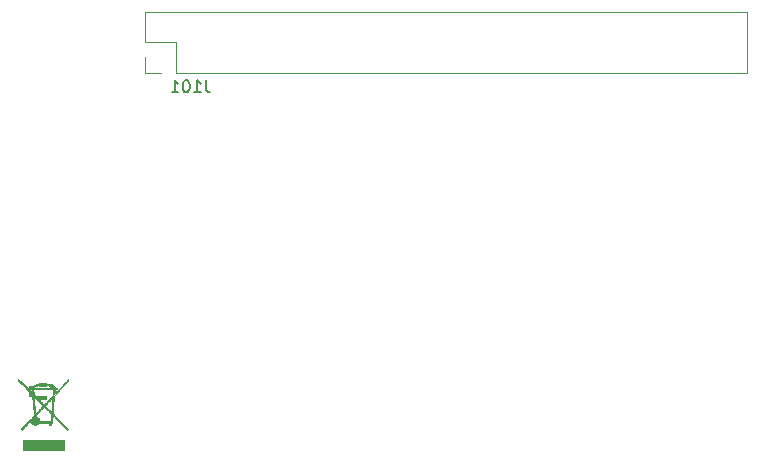
<source format=gbr>
%TF.GenerationSoftware,KiCad,Pcbnew,7.0.8-7.0.8~ubuntu23.04.1*%
%TF.CreationDate,2023-11-21T11:50:57+00:00*%
%TF.ProjectId,baggerdails,62616767-6572-4646-9169-6c732e6b6963,rev?*%
%TF.SameCoordinates,Original*%
%TF.FileFunction,Legend,Bot*%
%TF.FilePolarity,Positive*%
%FSLAX46Y46*%
G04 Gerber Fmt 4.6, Leading zero omitted, Abs format (unit mm)*
G04 Created by KiCad (PCBNEW 7.0.8-7.0.8~ubuntu23.04.1) date 2023-11-21 11:50:57*
%MOMM*%
%LPD*%
G01*
G04 APERTURE LIST*
%ADD10C,0.150000*%
%ADD11C,0.120000*%
%ADD12C,0.010000*%
G04 APERTURE END LIST*
D10*
X112155714Y-50724819D02*
X112155714Y-51439104D01*
X112155714Y-51439104D02*
X112203333Y-51581961D01*
X112203333Y-51581961D02*
X112298571Y-51677200D01*
X112298571Y-51677200D02*
X112441428Y-51724819D01*
X112441428Y-51724819D02*
X112536666Y-51724819D01*
X111155714Y-51724819D02*
X111727142Y-51724819D01*
X111441428Y-51724819D02*
X111441428Y-50724819D01*
X111441428Y-50724819D02*
X111536666Y-50867676D01*
X111536666Y-50867676D02*
X111631904Y-50962914D01*
X111631904Y-50962914D02*
X111727142Y-51010533D01*
X110536666Y-50724819D02*
X110441428Y-50724819D01*
X110441428Y-50724819D02*
X110346190Y-50772438D01*
X110346190Y-50772438D02*
X110298571Y-50820057D01*
X110298571Y-50820057D02*
X110250952Y-50915295D01*
X110250952Y-50915295D02*
X110203333Y-51105771D01*
X110203333Y-51105771D02*
X110203333Y-51343866D01*
X110203333Y-51343866D02*
X110250952Y-51534342D01*
X110250952Y-51534342D02*
X110298571Y-51629580D01*
X110298571Y-51629580D02*
X110346190Y-51677200D01*
X110346190Y-51677200D02*
X110441428Y-51724819D01*
X110441428Y-51724819D02*
X110536666Y-51724819D01*
X110536666Y-51724819D02*
X110631904Y-51677200D01*
X110631904Y-51677200D02*
X110679523Y-51629580D01*
X110679523Y-51629580D02*
X110727142Y-51534342D01*
X110727142Y-51534342D02*
X110774761Y-51343866D01*
X110774761Y-51343866D02*
X110774761Y-51105771D01*
X110774761Y-51105771D02*
X110727142Y-50915295D01*
X110727142Y-50915295D02*
X110679523Y-50820057D01*
X110679523Y-50820057D02*
X110631904Y-50772438D01*
X110631904Y-50772438D02*
X110536666Y-50724819D01*
X109250952Y-51724819D02*
X109822380Y-51724819D01*
X109536666Y-51724819D02*
X109536666Y-50724819D01*
X109536666Y-50724819D02*
X109631904Y-50867676D01*
X109631904Y-50867676D02*
X109727142Y-50962914D01*
X109727142Y-50962914D02*
X109822380Y-51010533D01*
D11*
%TO.C,J101*%
X157960000Y-44900000D02*
X157960000Y-50100000D01*
X107040000Y-44900000D02*
X157960000Y-44900000D01*
X107040000Y-44900000D02*
X107040000Y-47500000D01*
X109640000Y-47500000D02*
X109640000Y-50100000D01*
X107040000Y-47500000D02*
X109640000Y-47500000D01*
X107040000Y-48770000D02*
X107040000Y-50100000D01*
X109640000Y-50100000D02*
X157960000Y-50100000D01*
X107040000Y-50100000D02*
X108370000Y-50100000D01*
%TO.C,WEEE*%
D12*
X100172971Y-82017822D02*
X96652178Y-82017822D01*
X96652178Y-81150198D01*
X100172971Y-81150198D01*
X100172971Y-82017822D01*
G36*
X100172971Y-82017822D02*
G01*
X96652178Y-82017822D01*
X96652178Y-81150198D01*
X100172971Y-81150198D01*
X100172971Y-82017822D01*
G37*
X99141894Y-76475718D02*
X99142388Y-76488668D01*
X99148819Y-76510411D01*
X99167123Y-76528851D01*
X99202830Y-76550801D01*
X99234174Y-76570854D01*
X99281893Y-76609356D01*
X99325138Y-76652579D01*
X99358219Y-76694627D01*
X99375442Y-76729604D01*
X99379662Y-76743081D01*
X99387480Y-76752334D01*
X99390116Y-76755454D01*
X99411662Y-76760696D01*
X99451314Y-76761782D01*
X99519109Y-76761782D01*
X99519109Y-76874951D01*
X99359577Y-76874951D01*
X99344682Y-77052732D01*
X99342682Y-77077037D01*
X99338023Y-77137880D01*
X99334731Y-77187389D01*
X99333092Y-77220992D01*
X99333390Y-77234116D01*
X99337724Y-77230343D01*
X99357496Y-77210676D01*
X99391679Y-77175818D01*
X99438541Y-77127576D01*
X99496354Y-77067757D01*
X99563387Y-76998167D01*
X99637912Y-76920615D01*
X99718197Y-76836907D01*
X99802513Y-76748849D01*
X99889130Y-76658250D01*
X99976319Y-76566915D01*
X100062349Y-76476653D01*
X100145492Y-76389269D01*
X100224016Y-76306572D01*
X100296192Y-76230368D01*
X100360291Y-76162463D01*
X100414583Y-76104666D01*
X100511592Y-76001040D01*
X100512034Y-76089315D01*
X100512475Y-76177589D01*
X99911938Y-76809158D01*
X99311401Y-77440726D01*
X99299396Y-77584674D01*
X99251365Y-78160635D01*
X99242876Y-78262791D01*
X99232343Y-78390612D01*
X99222621Y-78509767D01*
X99213898Y-78617914D01*
X99206358Y-78712713D01*
X99200187Y-78791819D01*
X99195573Y-78852892D01*
X99192700Y-78893590D01*
X99191754Y-78911570D01*
X99194251Y-78919808D01*
X99205471Y-78937599D01*
X99226751Y-78964411D01*
X99237021Y-78976129D01*
X99259225Y-79001466D01*
X99304023Y-79049986D01*
X99362281Y-79111192D01*
X99435129Y-79186307D01*
X99523703Y-79276550D01*
X99629134Y-79383145D01*
X99698492Y-79453093D01*
X99795179Y-79550658D01*
X99891526Y-79647941D01*
X99984638Y-79742014D01*
X100071618Y-79829950D01*
X100149569Y-79908820D01*
X100215596Y-79975699D01*
X100266802Y-80027658D01*
X100467514Y-80231620D01*
X100431058Y-80269671D01*
X100422460Y-80278245D01*
X100397095Y-80299297D01*
X100379695Y-80307723D01*
X100366071Y-80300530D01*
X100340743Y-80278944D01*
X100310379Y-80247995D01*
X100291896Y-80228448D01*
X100257427Y-80192752D01*
X100208712Y-80142684D01*
X100147469Y-80080001D01*
X100075420Y-80006457D01*
X99994285Y-79923810D01*
X99905784Y-79833815D01*
X99811637Y-79738228D01*
X99713565Y-79638805D01*
X99171161Y-79089343D01*
X99149066Y-79374746D01*
X99144250Y-79435662D01*
X99137216Y-79517548D01*
X99130872Y-79579569D01*
X99124748Y-79624987D01*
X99118373Y-79657062D01*
X99111277Y-79679052D01*
X99102991Y-79694219D01*
X99091393Y-79715416D01*
X99081850Y-79754386D01*
X99079010Y-79810531D01*
X99079010Y-79892773D01*
X98852674Y-79892773D01*
X98852674Y-79716733D01*
X98007082Y-79716733D01*
X97958203Y-79772262D01*
X97944836Y-79786722D01*
X97872388Y-79844813D01*
X97790532Y-79880576D01*
X97701900Y-79892773D01*
X97623692Y-79886306D01*
X97535233Y-79859047D01*
X97459507Y-79810328D01*
X97444748Y-79796403D01*
X97407864Y-79751328D01*
X97375503Y-79698819D01*
X97352297Y-79647061D01*
X97342879Y-79604239D01*
X97342697Y-79598023D01*
X97341342Y-79575246D01*
X97337800Y-79559513D01*
X97330390Y-79552068D01*
X97317431Y-79554156D01*
X97297243Y-79567020D01*
X97268145Y-79591905D01*
X97228456Y-79630053D01*
X97176496Y-79682710D01*
X97110584Y-79751119D01*
X97029040Y-79836524D01*
X96985604Y-79882112D01*
X96913000Y-79958441D01*
X96844309Y-80030808D01*
X96782223Y-80096366D01*
X96729434Y-80152274D01*
X96688634Y-80195686D01*
X96662515Y-80223758D01*
X96591119Y-80301436D01*
X96502863Y-80213416D01*
X97048690Y-79641287D01*
X97083105Y-79605188D01*
X97205546Y-79476272D01*
X97310651Y-79364754D01*
X97398736Y-79270288D01*
X97470116Y-79192529D01*
X97520588Y-79136174D01*
X97727247Y-79136174D01*
X97728872Y-79149434D01*
X97729156Y-79150819D01*
X97742698Y-79182228D01*
X97769748Y-79196863D01*
X97853129Y-79228063D01*
X97927418Y-79280038D01*
X97985846Y-79348791D01*
X98025890Y-79431315D01*
X98045026Y-79524606D01*
X98051364Y-79603565D01*
X99000838Y-79603565D01*
X99007458Y-79575273D01*
X99008629Y-79568329D01*
X99012268Y-79537281D01*
X99017234Y-79487081D01*
X99023157Y-79421727D01*
X99029669Y-79345219D01*
X99036401Y-79261555D01*
X99058724Y-78976129D01*
X98757826Y-78670565D01*
X98702636Y-78614704D01*
X98635109Y-78546888D01*
X98574529Y-78486643D01*
X98523021Y-78436052D01*
X98482710Y-78397200D01*
X98455722Y-78372170D01*
X98444182Y-78363046D01*
X98436444Y-78367405D01*
X98413395Y-78387241D01*
X98378709Y-78420375D01*
X98335487Y-78463820D01*
X98286832Y-78514587D01*
X98274140Y-78528051D01*
X98217229Y-78588275D01*
X98149414Y-78659864D01*
X98075800Y-78737437D01*
X98001493Y-78815611D01*
X97931599Y-78889005D01*
X97927401Y-78893409D01*
X97862420Y-78961785D01*
X97812836Y-79014732D01*
X97776688Y-79054767D01*
X97752016Y-79084411D01*
X97736858Y-79106181D01*
X97729256Y-79122595D01*
X97727247Y-79136174D01*
X97520588Y-79136174D01*
X97525105Y-79131131D01*
X97564019Y-79085748D01*
X97587173Y-79056035D01*
X97594882Y-79041644D01*
X97594883Y-79041559D01*
X97593825Y-79023624D01*
X97590737Y-78983421D01*
X97585858Y-78923687D01*
X97579432Y-78847158D01*
X97571700Y-78756569D01*
X97562905Y-78654657D01*
X97553287Y-78544159D01*
X97543091Y-78427811D01*
X97532556Y-78308348D01*
X97521926Y-78188507D01*
X97511442Y-78071025D01*
X97501346Y-77958637D01*
X97491881Y-77854081D01*
X97483288Y-77760091D01*
X97475809Y-77679405D01*
X97469687Y-77614759D01*
X97465162Y-77568888D01*
X97462478Y-77544530D01*
X97457067Y-77503732D01*
X97586253Y-77503732D01*
X97587908Y-77534653D01*
X97591549Y-77586653D01*
X97596995Y-77657487D01*
X97604063Y-77744911D01*
X97612570Y-77846681D01*
X97622335Y-77960552D01*
X97633174Y-78084279D01*
X97644907Y-78215618D01*
X97654079Y-78316908D01*
X97665566Y-78442526D01*
X97676322Y-78558762D01*
X97686131Y-78663380D01*
X97694781Y-78754140D01*
X97702057Y-78828804D01*
X97707746Y-78885134D01*
X97711634Y-78920891D01*
X97713506Y-78933837D01*
X97719188Y-78929826D01*
X97740020Y-78910138D01*
X97773872Y-78876322D01*
X97818412Y-78830837D01*
X97871310Y-78776146D01*
X97930236Y-78714710D01*
X97992858Y-78648990D01*
X98056848Y-78581449D01*
X98119874Y-78514547D01*
X98179606Y-78450746D01*
X98233713Y-78392507D01*
X98279865Y-78342292D01*
X98315733Y-78302563D01*
X98338984Y-78275780D01*
X98345778Y-78266477D01*
X98527601Y-78266477D01*
X98803305Y-78541968D01*
X98870726Y-78609224D01*
X98934267Y-78672162D01*
X98983490Y-78720100D01*
X99020196Y-78754594D01*
X99046190Y-78777199D01*
X99063276Y-78789471D01*
X99073256Y-78792966D01*
X99077935Y-78789238D01*
X99079116Y-78779844D01*
X99079873Y-78764749D01*
X99082601Y-78725883D01*
X99087108Y-78666895D01*
X99093179Y-78590473D01*
X99100596Y-78499305D01*
X99109142Y-78396080D01*
X99118602Y-78283483D01*
X99128758Y-78164205D01*
X99137723Y-78059077D01*
X99147066Y-77948351D01*
X99155443Y-77847814D01*
X99162653Y-77759943D01*
X99168496Y-77687215D01*
X99172769Y-77632110D01*
X99175273Y-77597104D01*
X99175805Y-77584674D01*
X99175384Y-77584908D01*
X99163509Y-77596350D01*
X99137130Y-77623198D01*
X99098570Y-77663018D01*
X99050153Y-77713372D01*
X98994203Y-77771828D01*
X98933042Y-77835948D01*
X98868995Y-77903298D01*
X98804385Y-77971443D01*
X98741535Y-78037948D01*
X98682768Y-78100377D01*
X98630409Y-78156295D01*
X98529533Y-78264406D01*
X98527601Y-78266477D01*
X98345778Y-78266477D01*
X98347290Y-78264406D01*
X98339148Y-78253383D01*
X98315478Y-78226999D01*
X98278478Y-78187527D01*
X98230350Y-78137191D01*
X98173296Y-78078217D01*
X98109520Y-78012830D01*
X98041222Y-77943255D01*
X97970605Y-77871716D01*
X97899871Y-77800438D01*
X97831222Y-77731647D01*
X97766861Y-77667566D01*
X97708989Y-77610422D01*
X97659810Y-77562439D01*
X97621524Y-77525841D01*
X97596334Y-77502854D01*
X97586442Y-77495703D01*
X97586253Y-77503732D01*
X97457067Y-77503732D01*
X97455390Y-77491089D01*
X97180297Y-77491089D01*
X97180140Y-77390495D01*
X97280891Y-77390495D01*
X97362624Y-77390495D01*
X97369895Y-77390489D01*
X97410950Y-77389613D01*
X97433277Y-77385867D01*
X97442529Y-77377270D01*
X97444357Y-77361840D01*
X97436306Y-77339159D01*
X97408730Y-77301428D01*
X97362624Y-77252179D01*
X97280891Y-77171172D01*
X97280891Y-77390495D01*
X97180140Y-77390495D01*
X97179968Y-77280471D01*
X97179639Y-77069852D01*
X96727914Y-76610891D01*
X96276189Y-76151931D01*
X96275570Y-76064848D01*
X96274951Y-75977767D01*
X96816769Y-76526952D01*
X96869137Y-76579998D01*
X96977803Y-76689772D01*
X97070709Y-76783114D01*
X97149055Y-76861173D01*
X97214043Y-76925097D01*
X97266872Y-76976035D01*
X97308743Y-77015135D01*
X97340855Y-77043548D01*
X97364410Y-77062420D01*
X97380608Y-77072901D01*
X97390649Y-77076139D01*
X97407579Y-77075158D01*
X97417084Y-77067996D01*
X97418723Y-77048401D01*
X97414782Y-77010124D01*
X97412065Y-76986025D01*
X97408284Y-76945744D01*
X97406760Y-76918961D01*
X97406015Y-76909728D01*
X97398746Y-76899839D01*
X97378668Y-76896562D01*
X97339689Y-76897992D01*
X97329737Y-76898553D01*
X97289898Y-76897921D01*
X97261560Y-76889167D01*
X97241586Y-76874951D01*
X97524852Y-76874951D01*
X97529013Y-76922104D01*
X97530935Y-76943498D01*
X97536924Y-77001909D01*
X97542826Y-77040381D01*
X97549727Y-77062912D01*
X97558712Y-77073498D01*
X97570870Y-77076139D01*
X97581801Y-77077937D01*
X97589050Y-77086530D01*
X97593100Y-77106505D01*
X97594863Y-77142450D01*
X97595248Y-77198952D01*
X97595248Y-77321766D01*
X97635447Y-77361840D01*
X97733565Y-77459654D01*
X97871881Y-77597542D01*
X97871881Y-77491089D01*
X98626337Y-77491089D01*
X98626337Y-77730000D01*
X98007831Y-77730000D01*
X98217592Y-77946906D01*
X98257770Y-77988334D01*
X98313328Y-78045200D01*
X98361570Y-78094082D01*
X98399971Y-78132441D01*
X98426003Y-78157741D01*
X98437140Y-78167442D01*
X98441373Y-78164767D01*
X98461224Y-78146782D01*
X98495451Y-78113481D01*
X98542227Y-78066712D01*
X98599724Y-78008325D01*
X98666112Y-77940169D01*
X98739564Y-77864094D01*
X98818251Y-77781950D01*
X98897341Y-77698943D01*
X98974871Y-77617136D01*
X99037746Y-77550083D01*
X99087502Y-77496007D01*
X99125678Y-77453129D01*
X99153811Y-77419673D01*
X99173440Y-77393861D01*
X99186101Y-77373914D01*
X99193334Y-77358056D01*
X99196675Y-77344509D01*
X99197561Y-77337910D01*
X99201488Y-77301548D01*
X99206459Y-77248018D01*
X99211927Y-77183421D01*
X99217344Y-77113862D01*
X99219181Y-77089635D01*
X99224488Y-77024178D01*
X99229548Y-76967717D01*
X99233863Y-76925618D01*
X99236934Y-76903243D01*
X99242955Y-76874951D01*
X97524852Y-76874951D01*
X97241586Y-76874951D01*
X97233630Y-76869289D01*
X97228820Y-76865104D01*
X97189482Y-76814427D01*
X97173903Y-76761782D01*
X97514698Y-76761782D01*
X98929221Y-76761782D01*
X99141881Y-76761782D01*
X99198908Y-76761782D01*
X99215993Y-76761662D01*
X99241308Y-76759462D01*
X99248616Y-76752334D01*
X99242943Y-76737508D01*
X99241267Y-76734682D01*
X99222448Y-76712944D01*
X99195183Y-76688820D01*
X99167987Y-76669254D01*
X99149371Y-76661188D01*
X99147697Y-76662463D01*
X99143544Y-76679976D01*
X99141881Y-76711485D01*
X99141881Y-76761782D01*
X98929221Y-76761782D01*
X98925526Y-76671095D01*
X98921832Y-76580407D01*
X98846386Y-76565252D01*
X98808551Y-76558379D01*
X98745368Y-76548756D01*
X98686065Y-76541496D01*
X98601188Y-76532893D01*
X98601188Y-76636040D01*
X98022773Y-76636040D01*
X98022773Y-76545122D01*
X97950471Y-76553753D01*
X97839998Y-76572249D01*
X97728816Y-76605691D01*
X97636850Y-76652324D01*
X97562542Y-76712786D01*
X97514698Y-76761782D01*
X97173903Y-76761782D01*
X97172172Y-76755934D01*
X97177474Y-76694575D01*
X97205975Y-76635297D01*
X97208733Y-76631606D01*
X97246822Y-76599851D01*
X97296476Y-76581067D01*
X97350002Y-76576071D01*
X97399707Y-76585678D01*
X97437900Y-76610704D01*
X97450831Y-76623480D01*
X97463428Y-76626576D01*
X97481467Y-76616998D01*
X97511928Y-76593082D01*
X97521274Y-76585731D01*
X97593430Y-76539339D01*
X97601497Y-76535446D01*
X98123367Y-76535446D01*
X98500594Y-76535446D01*
X98500594Y-76472575D01*
X98123367Y-76472575D01*
X98123367Y-76535446D01*
X97601497Y-76535446D01*
X97678915Y-76498084D01*
X97769767Y-76464936D01*
X97858027Y-76442868D01*
X97935736Y-76434852D01*
X97943991Y-76434788D01*
X97989879Y-76430321D01*
X98015079Y-76417795D01*
X98022773Y-76395784D01*
X98023676Y-76388849D01*
X98028615Y-76382885D01*
X98040611Y-76378519D01*
X98062680Y-76375503D01*
X98097836Y-76373590D01*
X98149094Y-76372530D01*
X98219471Y-76372077D01*
X98311980Y-76371980D01*
X98398660Y-76372150D01*
X98472332Y-76372834D01*
X98526265Y-76374215D01*
X98563288Y-76376470D01*
X98586230Y-76379778D01*
X98597920Y-76384320D01*
X98601188Y-76390272D01*
X98611937Y-76404888D01*
X98642055Y-76414215D01*
X98653582Y-76415847D01*
X98692886Y-76421591D01*
X98745188Y-76429378D01*
X98802376Y-76438003D01*
X98833916Y-76442393D01*
X98880074Y-76447148D01*
X98912641Y-76448295D01*
X98926023Y-76445495D01*
X98928308Y-76443671D01*
X98949405Y-76439165D01*
X98987355Y-76436029D01*
X99036048Y-76434852D01*
X99141881Y-76434852D01*
X99141894Y-76472575D01*
X99141894Y-76475718D01*
G36*
X99141894Y-76475718D02*
G01*
X99142388Y-76488668D01*
X99148819Y-76510411D01*
X99167123Y-76528851D01*
X99202830Y-76550801D01*
X99234174Y-76570854D01*
X99281893Y-76609356D01*
X99325138Y-76652579D01*
X99358219Y-76694627D01*
X99375442Y-76729604D01*
X99379662Y-76743081D01*
X99387480Y-76752334D01*
X99390116Y-76755454D01*
X99411662Y-76760696D01*
X99451314Y-76761782D01*
X99519109Y-76761782D01*
X99519109Y-76874951D01*
X99359577Y-76874951D01*
X99344682Y-77052732D01*
X99342682Y-77077037D01*
X99338023Y-77137880D01*
X99334731Y-77187389D01*
X99333092Y-77220992D01*
X99333390Y-77234116D01*
X99337724Y-77230343D01*
X99357496Y-77210676D01*
X99391679Y-77175818D01*
X99438541Y-77127576D01*
X99496354Y-77067757D01*
X99563387Y-76998167D01*
X99637912Y-76920615D01*
X99718197Y-76836907D01*
X99802513Y-76748849D01*
X99889130Y-76658250D01*
X99976319Y-76566915D01*
X100062349Y-76476653D01*
X100145492Y-76389269D01*
X100224016Y-76306572D01*
X100296192Y-76230368D01*
X100360291Y-76162463D01*
X100414583Y-76104666D01*
X100511592Y-76001040D01*
X100512034Y-76089315D01*
X100512475Y-76177589D01*
X99911938Y-76809158D01*
X99311401Y-77440726D01*
X99299396Y-77584674D01*
X99251365Y-78160635D01*
X99242876Y-78262791D01*
X99232343Y-78390612D01*
X99222621Y-78509767D01*
X99213898Y-78617914D01*
X99206358Y-78712713D01*
X99200187Y-78791819D01*
X99195573Y-78852892D01*
X99192700Y-78893590D01*
X99191754Y-78911570D01*
X99194251Y-78919808D01*
X99205471Y-78937599D01*
X99226751Y-78964411D01*
X99237021Y-78976129D01*
X99259225Y-79001466D01*
X99304023Y-79049986D01*
X99362281Y-79111192D01*
X99435129Y-79186307D01*
X99523703Y-79276550D01*
X99629134Y-79383145D01*
X99698492Y-79453093D01*
X99795179Y-79550658D01*
X99891526Y-79647941D01*
X99984638Y-79742014D01*
X100071618Y-79829950D01*
X100149569Y-79908820D01*
X100215596Y-79975699D01*
X100266802Y-80027658D01*
X100467514Y-80231620D01*
X100431058Y-80269671D01*
X100422460Y-80278245D01*
X100397095Y-80299297D01*
X100379695Y-80307723D01*
X100366071Y-80300530D01*
X100340743Y-80278944D01*
X100310379Y-80247995D01*
X100291896Y-80228448D01*
X100257427Y-80192752D01*
X100208712Y-80142684D01*
X100147469Y-80080001D01*
X100075420Y-80006457D01*
X99994285Y-79923810D01*
X99905784Y-79833815D01*
X99811637Y-79738228D01*
X99713565Y-79638805D01*
X99171161Y-79089343D01*
X99149066Y-79374746D01*
X99144250Y-79435662D01*
X99137216Y-79517548D01*
X99130872Y-79579569D01*
X99124748Y-79624987D01*
X99118373Y-79657062D01*
X99111277Y-79679052D01*
X99102991Y-79694219D01*
X99091393Y-79715416D01*
X99081850Y-79754386D01*
X99079010Y-79810531D01*
X99079010Y-79892773D01*
X98852674Y-79892773D01*
X98852674Y-79716733D01*
X98007082Y-79716733D01*
X97958203Y-79772262D01*
X97944836Y-79786722D01*
X97872388Y-79844813D01*
X97790532Y-79880576D01*
X97701900Y-79892773D01*
X97623692Y-79886306D01*
X97535233Y-79859047D01*
X97459507Y-79810328D01*
X97444748Y-79796403D01*
X97407864Y-79751328D01*
X97375503Y-79698819D01*
X97352297Y-79647061D01*
X97342879Y-79604239D01*
X97342697Y-79598023D01*
X97341342Y-79575246D01*
X97337800Y-79559513D01*
X97330390Y-79552068D01*
X97317431Y-79554156D01*
X97297243Y-79567020D01*
X97268145Y-79591905D01*
X97228456Y-79630053D01*
X97176496Y-79682710D01*
X97110584Y-79751119D01*
X97029040Y-79836524D01*
X96985604Y-79882112D01*
X96913000Y-79958441D01*
X96844309Y-80030808D01*
X96782223Y-80096366D01*
X96729434Y-80152274D01*
X96688634Y-80195686D01*
X96662515Y-80223758D01*
X96591119Y-80301436D01*
X96502863Y-80213416D01*
X97048690Y-79641287D01*
X97083105Y-79605188D01*
X97205546Y-79476272D01*
X97310651Y-79364754D01*
X97398736Y-79270288D01*
X97470116Y-79192529D01*
X97520588Y-79136174D01*
X97727247Y-79136174D01*
X97728872Y-79149434D01*
X97729156Y-79150819D01*
X97742698Y-79182228D01*
X97769748Y-79196863D01*
X97853129Y-79228063D01*
X97927418Y-79280038D01*
X97985846Y-79348791D01*
X98025890Y-79431315D01*
X98045026Y-79524606D01*
X98051364Y-79603565D01*
X99000838Y-79603565D01*
X99007458Y-79575273D01*
X99008629Y-79568329D01*
X99012268Y-79537281D01*
X99017234Y-79487081D01*
X99023157Y-79421727D01*
X99029669Y-79345219D01*
X99036401Y-79261555D01*
X99058724Y-78976129D01*
X98757826Y-78670565D01*
X98702636Y-78614704D01*
X98635109Y-78546888D01*
X98574529Y-78486643D01*
X98523021Y-78436052D01*
X98482710Y-78397200D01*
X98455722Y-78372170D01*
X98444182Y-78363046D01*
X98436444Y-78367405D01*
X98413395Y-78387241D01*
X98378709Y-78420375D01*
X98335487Y-78463820D01*
X98286832Y-78514587D01*
X98274140Y-78528051D01*
X98217229Y-78588275D01*
X98149414Y-78659864D01*
X98075800Y-78737437D01*
X98001493Y-78815611D01*
X97931599Y-78889005D01*
X97927401Y-78893409D01*
X97862420Y-78961785D01*
X97812836Y-79014732D01*
X97776688Y-79054767D01*
X97752016Y-79084411D01*
X97736858Y-79106181D01*
X97729256Y-79122595D01*
X97727247Y-79136174D01*
X97520588Y-79136174D01*
X97525105Y-79131131D01*
X97564019Y-79085748D01*
X97587173Y-79056035D01*
X97594882Y-79041644D01*
X97594883Y-79041559D01*
X97593825Y-79023624D01*
X97590737Y-78983421D01*
X97585858Y-78923687D01*
X97579432Y-78847158D01*
X97571700Y-78756569D01*
X97562905Y-78654657D01*
X97553287Y-78544159D01*
X97543091Y-78427811D01*
X97532556Y-78308348D01*
X97521926Y-78188507D01*
X97511442Y-78071025D01*
X97501346Y-77958637D01*
X97491881Y-77854081D01*
X97483288Y-77760091D01*
X97475809Y-77679405D01*
X97469687Y-77614759D01*
X97465162Y-77568888D01*
X97462478Y-77544530D01*
X97457067Y-77503732D01*
X97586253Y-77503732D01*
X97587908Y-77534653D01*
X97591549Y-77586653D01*
X97596995Y-77657487D01*
X97604063Y-77744911D01*
X97612570Y-77846681D01*
X97622335Y-77960552D01*
X97633174Y-78084279D01*
X97644907Y-78215618D01*
X97654079Y-78316908D01*
X97665566Y-78442526D01*
X97676322Y-78558762D01*
X97686131Y-78663380D01*
X97694781Y-78754140D01*
X97702057Y-78828804D01*
X97707746Y-78885134D01*
X97711634Y-78920891D01*
X97713506Y-78933837D01*
X97719188Y-78929826D01*
X97740020Y-78910138D01*
X97773872Y-78876322D01*
X97818412Y-78830837D01*
X97871310Y-78776146D01*
X97930236Y-78714710D01*
X97992858Y-78648990D01*
X98056848Y-78581449D01*
X98119874Y-78514547D01*
X98179606Y-78450746D01*
X98233713Y-78392507D01*
X98279865Y-78342292D01*
X98315733Y-78302563D01*
X98338984Y-78275780D01*
X98345778Y-78266477D01*
X98527601Y-78266477D01*
X98803305Y-78541968D01*
X98870726Y-78609224D01*
X98934267Y-78672162D01*
X98983490Y-78720100D01*
X99020196Y-78754594D01*
X99046190Y-78777199D01*
X99063276Y-78789471D01*
X99073256Y-78792966D01*
X99077935Y-78789238D01*
X99079116Y-78779844D01*
X99079873Y-78764749D01*
X99082601Y-78725883D01*
X99087108Y-78666895D01*
X99093179Y-78590473D01*
X99100596Y-78499305D01*
X99109142Y-78396080D01*
X99118602Y-78283483D01*
X99128758Y-78164205D01*
X99137723Y-78059077D01*
X99147066Y-77948351D01*
X99155443Y-77847814D01*
X99162653Y-77759943D01*
X99168496Y-77687215D01*
X99172769Y-77632110D01*
X99175273Y-77597104D01*
X99175805Y-77584674D01*
X99175384Y-77584908D01*
X99163509Y-77596350D01*
X99137130Y-77623198D01*
X99098570Y-77663018D01*
X99050153Y-77713372D01*
X98994203Y-77771828D01*
X98933042Y-77835948D01*
X98868995Y-77903298D01*
X98804385Y-77971443D01*
X98741535Y-78037948D01*
X98682768Y-78100377D01*
X98630409Y-78156295D01*
X98529533Y-78264406D01*
X98527601Y-78266477D01*
X98345778Y-78266477D01*
X98347290Y-78264406D01*
X98339148Y-78253383D01*
X98315478Y-78226999D01*
X98278478Y-78187527D01*
X98230350Y-78137191D01*
X98173296Y-78078217D01*
X98109520Y-78012830D01*
X98041222Y-77943255D01*
X97970605Y-77871716D01*
X97899871Y-77800438D01*
X97831222Y-77731647D01*
X97766861Y-77667566D01*
X97708989Y-77610422D01*
X97659810Y-77562439D01*
X97621524Y-77525841D01*
X97596334Y-77502854D01*
X97586442Y-77495703D01*
X97586253Y-77503732D01*
X97457067Y-77503732D01*
X97455390Y-77491089D01*
X97180297Y-77491089D01*
X97180140Y-77390495D01*
X97280891Y-77390495D01*
X97362624Y-77390495D01*
X97369895Y-77390489D01*
X97410950Y-77389613D01*
X97433277Y-77385867D01*
X97442529Y-77377270D01*
X97444357Y-77361840D01*
X97436306Y-77339159D01*
X97408730Y-77301428D01*
X97362624Y-77252179D01*
X97280891Y-77171172D01*
X97280891Y-77390495D01*
X97180140Y-77390495D01*
X97179968Y-77280471D01*
X97179639Y-77069852D01*
X96727914Y-76610891D01*
X96276189Y-76151931D01*
X96275570Y-76064848D01*
X96274951Y-75977767D01*
X96816769Y-76526952D01*
X96869137Y-76579998D01*
X96977803Y-76689772D01*
X97070709Y-76783114D01*
X97149055Y-76861173D01*
X97214043Y-76925097D01*
X97266872Y-76976035D01*
X97308743Y-77015135D01*
X97340855Y-77043548D01*
X97364410Y-77062420D01*
X97380608Y-77072901D01*
X97390649Y-77076139D01*
X97407579Y-77075158D01*
X97417084Y-77067996D01*
X97418723Y-77048401D01*
X97414782Y-77010124D01*
X97412065Y-76986025D01*
X97408284Y-76945744D01*
X97406760Y-76918961D01*
X97406015Y-76909728D01*
X97398746Y-76899839D01*
X97378668Y-76896562D01*
X97339689Y-76897992D01*
X97329737Y-76898553D01*
X97289898Y-76897921D01*
X97261560Y-76889167D01*
X97241586Y-76874951D01*
X97524852Y-76874951D01*
X97529013Y-76922104D01*
X97530935Y-76943498D01*
X97536924Y-77001909D01*
X97542826Y-77040381D01*
X97549727Y-77062912D01*
X97558712Y-77073498D01*
X97570870Y-77076139D01*
X97581801Y-77077937D01*
X97589050Y-77086530D01*
X97593100Y-77106505D01*
X97594863Y-77142450D01*
X97595248Y-77198952D01*
X97595248Y-77321766D01*
X97635447Y-77361840D01*
X97733565Y-77459654D01*
X97871881Y-77597542D01*
X97871881Y-77491089D01*
X98626337Y-77491089D01*
X98626337Y-77730000D01*
X98007831Y-77730000D01*
X98217592Y-77946906D01*
X98257770Y-77988334D01*
X98313328Y-78045200D01*
X98361570Y-78094082D01*
X98399971Y-78132441D01*
X98426003Y-78157741D01*
X98437140Y-78167442D01*
X98441373Y-78164767D01*
X98461224Y-78146782D01*
X98495451Y-78113481D01*
X98542227Y-78066712D01*
X98599724Y-78008325D01*
X98666112Y-77940169D01*
X98739564Y-77864094D01*
X98818251Y-77781950D01*
X98897341Y-77698943D01*
X98974871Y-77617136D01*
X99037746Y-77550083D01*
X99087502Y-77496007D01*
X99125678Y-77453129D01*
X99153811Y-77419673D01*
X99173440Y-77393861D01*
X99186101Y-77373914D01*
X99193334Y-77358056D01*
X99196675Y-77344509D01*
X99197561Y-77337910D01*
X99201488Y-77301548D01*
X99206459Y-77248018D01*
X99211927Y-77183421D01*
X99217344Y-77113862D01*
X99219181Y-77089635D01*
X99224488Y-77024178D01*
X99229548Y-76967717D01*
X99233863Y-76925618D01*
X99236934Y-76903243D01*
X99242955Y-76874951D01*
X97524852Y-76874951D01*
X97241586Y-76874951D01*
X97233630Y-76869289D01*
X97228820Y-76865104D01*
X97189482Y-76814427D01*
X97173903Y-76761782D01*
X97514698Y-76761782D01*
X98929221Y-76761782D01*
X99141881Y-76761782D01*
X99198908Y-76761782D01*
X99215993Y-76761662D01*
X99241308Y-76759462D01*
X99248616Y-76752334D01*
X99242943Y-76737508D01*
X99241267Y-76734682D01*
X99222448Y-76712944D01*
X99195183Y-76688820D01*
X99167987Y-76669254D01*
X99149371Y-76661188D01*
X99147697Y-76662463D01*
X99143544Y-76679976D01*
X99141881Y-76711485D01*
X99141881Y-76761782D01*
X98929221Y-76761782D01*
X98925526Y-76671095D01*
X98921832Y-76580407D01*
X98846386Y-76565252D01*
X98808551Y-76558379D01*
X98745368Y-76548756D01*
X98686065Y-76541496D01*
X98601188Y-76532893D01*
X98601188Y-76636040D01*
X98022773Y-76636040D01*
X98022773Y-76545122D01*
X97950471Y-76553753D01*
X97839998Y-76572249D01*
X97728816Y-76605691D01*
X97636850Y-76652324D01*
X97562542Y-76712786D01*
X97514698Y-76761782D01*
X97173903Y-76761782D01*
X97172172Y-76755934D01*
X97177474Y-76694575D01*
X97205975Y-76635297D01*
X97208733Y-76631606D01*
X97246822Y-76599851D01*
X97296476Y-76581067D01*
X97350002Y-76576071D01*
X97399707Y-76585678D01*
X97437900Y-76610704D01*
X97450831Y-76623480D01*
X97463428Y-76626576D01*
X97481467Y-76616998D01*
X97511928Y-76593082D01*
X97521274Y-76585731D01*
X97593430Y-76539339D01*
X97601497Y-76535446D01*
X98123367Y-76535446D01*
X98500594Y-76535446D01*
X98500594Y-76472575D01*
X98123367Y-76472575D01*
X98123367Y-76535446D01*
X97601497Y-76535446D01*
X97678915Y-76498084D01*
X97769767Y-76464936D01*
X97858027Y-76442868D01*
X97935736Y-76434852D01*
X97943991Y-76434788D01*
X97989879Y-76430321D01*
X98015079Y-76417795D01*
X98022773Y-76395784D01*
X98023676Y-76388849D01*
X98028615Y-76382885D01*
X98040611Y-76378519D01*
X98062680Y-76375503D01*
X98097836Y-76373590D01*
X98149094Y-76372530D01*
X98219471Y-76372077D01*
X98311980Y-76371980D01*
X98398660Y-76372150D01*
X98472332Y-76372834D01*
X98526265Y-76374215D01*
X98563288Y-76376470D01*
X98586230Y-76379778D01*
X98597920Y-76384320D01*
X98601188Y-76390272D01*
X98611937Y-76404888D01*
X98642055Y-76414215D01*
X98653582Y-76415847D01*
X98692886Y-76421591D01*
X98745188Y-76429378D01*
X98802376Y-76438003D01*
X98833916Y-76442393D01*
X98880074Y-76447148D01*
X98912641Y-76448295D01*
X98926023Y-76445495D01*
X98928308Y-76443671D01*
X98949405Y-76439165D01*
X98987355Y-76436029D01*
X99036048Y-76434852D01*
X99141881Y-76434852D01*
X99141894Y-76472575D01*
X99141894Y-76475718D01*
G37*
%TD*%
M02*

</source>
